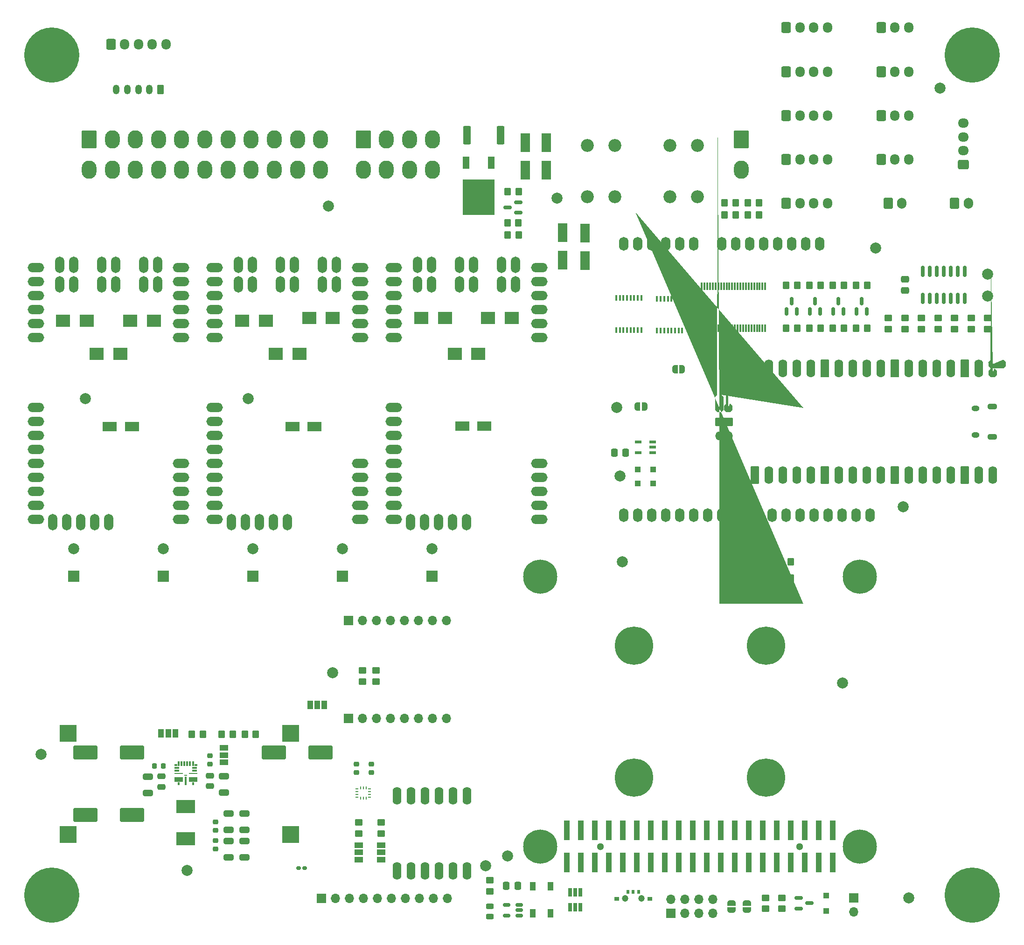
<source format=gbr>
%TF.GenerationSoftware,KiCad,Pcbnew,6.0.10+dfsg-1~bpo11+1*%
%TF.CreationDate,2023-02-16T22:59:16+00:00*%
%TF.ProjectId,OpenMowerMainboard,4f70656e-4d6f-4776-9572-4d61696e626f,rev?*%
%TF.SameCoordinates,Original*%
%TF.FileFunction,Soldermask,Top*%
%TF.FilePolarity,Negative*%
%FSLAX46Y46*%
G04 Gerber Fmt 4.6, Leading zero omitted, Abs format (unit mm)*
G04 Created by KiCad (PCBNEW 6.0.10+dfsg-1~bpo11+1) date 2023-02-16 22:59:16*
%MOMM*%
%LPD*%
G01*
G04 APERTURE LIST*
G04 Aperture macros list*
%AMRoundRect*
0 Rectangle with rounded corners*
0 $1 Rounding radius*
0 $2 $3 $4 $5 $6 $7 $8 $9 X,Y pos of 4 corners*
0 Add a 4 corners polygon primitive as box body*
4,1,4,$2,$3,$4,$5,$6,$7,$8,$9,$2,$3,0*
0 Add four circle primitives for the rounded corners*
1,1,$1+$1,$2,$3*
1,1,$1+$1,$4,$5*
1,1,$1+$1,$6,$7*
1,1,$1+$1,$8,$9*
0 Add four rect primitives between the rounded corners*
20,1,$1+$1,$2,$3,$4,$5,0*
20,1,$1+$1,$4,$5,$6,$7,0*
20,1,$1+$1,$6,$7,$8,$9,0*
20,1,$1+$1,$8,$9,$2,$3,0*%
%AMFreePoly0*
4,1,22,0.500000,-0.750000,0.000000,-0.750000,0.000000,-0.745033,-0.079941,-0.743568,-0.215256,-0.701293,-0.333266,-0.622738,-0.424486,-0.514219,-0.481581,-0.384460,-0.499164,-0.250000,-0.500000,-0.250000,-0.500000,0.250000,-0.499164,0.250000,-0.499963,0.256109,-0.478152,0.396186,-0.417904,0.524511,-0.324060,0.630769,-0.204165,0.706417,-0.067858,0.745374,0.000000,0.744959,0.000000,0.750000,
0.500000,0.750000,0.500000,-0.750000,0.500000,-0.750000,$1*%
%AMFreePoly1*
4,1,20,0.000000,0.744959,0.073905,0.744508,0.209726,0.703889,0.328688,0.626782,0.421226,0.519385,0.479903,0.390333,0.500000,0.250000,0.500000,-0.250000,0.499851,-0.262216,0.476331,-0.402017,0.414519,-0.529596,0.319384,-0.634700,0.198574,-0.708877,0.061801,-0.746166,0.000000,-0.745033,0.000000,-0.750000,-0.500000,-0.750000,-0.500000,0.750000,0.000000,0.750000,0.000000,0.744959,
0.000000,0.744959,$1*%
%AMFreePoly2*
4,1,57,1.881438,0.792513,1.914631,0.788760,1.924366,0.782642,1.935575,0.780064,1.961670,0.759195,1.989950,0.741421,2.341668,0.389704,2.359398,0.361385,2.380215,0.335261,2.382772,0.324050,2.388875,0.314303,2.392571,0.281098,2.400000,0.248529,2.400000,-0.248878,2.392513,-0.281438,2.388760,-0.314632,2.382641,-0.324367,2.380064,-0.335575,2.359196,-0.361669,2.341421,-0.389950,
1.989704,-0.741668,1.961385,-0.759398,1.935261,-0.780215,1.924050,-0.782772,1.914303,-0.788875,1.881098,-0.792571,1.848529,-0.800000,-0.248878,-0.800000,-0.281438,-0.792513,-0.314632,-0.788760,-0.324367,-0.782641,-0.335575,-0.780064,-0.361669,-0.759196,-0.389950,-0.741421,-0.741668,-0.389704,-0.759398,-0.361385,-0.780215,-0.335261,-0.782772,-0.324050,-0.788875,-0.314303,-0.792571,-0.281098,
-0.800000,-0.248529,-0.800000,0.248878,-0.792513,0.281438,-0.788760,0.314631,-0.782642,0.324366,-0.780064,0.335575,-0.759195,0.361670,-0.741421,0.389950,-0.389704,0.741668,-0.361385,0.759398,-0.335261,0.780215,-0.324050,0.782772,-0.314303,0.788875,-0.281098,0.792571,-0.248529,0.800000,1.848878,0.800000,1.881438,0.792513,1.881438,0.792513,$1*%
%AMFreePoly3*
4,1,57,0.281438,0.792513,0.314631,0.788760,0.324366,0.782642,0.335575,0.780064,0.361670,0.759195,0.389950,0.741421,0.741668,0.389704,0.759398,0.361385,0.780215,0.335261,0.782772,0.324050,0.788875,0.314303,0.792571,0.281098,0.800000,0.248529,0.800000,-0.248878,0.792513,-0.281438,0.788760,-0.314632,0.782641,-0.324367,0.780064,-0.335575,0.759196,-0.361669,0.741421,-0.389950,
0.389704,-0.741668,0.361385,-0.759398,0.335261,-0.780215,0.324050,-0.782772,0.314303,-0.788875,0.281098,-0.792571,0.248529,-0.800000,-0.248878,-0.800000,-0.281438,-0.792513,-0.314632,-0.788760,-0.324367,-0.782641,-0.335575,-0.780064,-0.361669,-0.759196,-0.389950,-0.741421,-0.741668,-0.389704,-0.759398,-0.361385,-0.780215,-0.335261,-0.782772,-0.324050,-0.788875,-0.314303,-0.792571,-0.281098,
-0.800000,-0.248529,-0.800000,0.248878,-0.792513,0.281438,-0.788760,0.314631,-0.782642,0.324366,-0.780064,0.335575,-0.759195,0.361670,-0.741421,0.389950,-0.389704,0.741668,-0.361385,0.759398,-0.335261,0.780215,-0.324050,0.782772,-0.314303,0.788875,-0.281098,0.792571,-0.248529,0.800000,0.248878,0.800000,0.281438,0.792513,0.281438,0.792513,$1*%
%AMFreePoly4*
4,1,57,0.281438,2.392513,0.314631,2.388760,0.324366,2.382642,0.335575,2.380064,0.361670,2.359195,0.389950,2.341421,0.741668,1.989704,0.759398,1.961385,0.780215,1.935261,0.782772,1.924050,0.788875,1.914303,0.792571,1.881098,0.800000,1.848529,0.800000,-0.248878,0.792513,-0.281438,0.788760,-0.314632,0.782641,-0.324367,0.780064,-0.335575,0.759196,-0.361669,0.741421,-0.389950,
0.389704,-0.741668,0.361385,-0.759398,0.335261,-0.780215,0.324050,-0.782772,0.314303,-0.788875,0.281098,-0.792571,0.248529,-0.800000,-0.248878,-0.800000,-0.281438,-0.792513,-0.314632,-0.788760,-0.324367,-0.782641,-0.335575,-0.780064,-0.361669,-0.759196,-0.389950,-0.741421,-0.741668,-0.389704,-0.759398,-0.361385,-0.780215,-0.335261,-0.782772,-0.324050,-0.788875,-0.314303,-0.792571,-0.281098,
-0.800000,-0.248529,-0.800000,1.848878,-0.792513,1.881438,-0.788760,1.914631,-0.782642,1.924366,-0.780064,1.935575,-0.759195,1.961670,-0.741421,1.989950,-0.389704,2.341668,-0.361385,2.359398,-0.335261,2.380215,-0.324050,2.382772,-0.314303,2.388875,-0.281098,2.392571,-0.248529,2.400000,0.248878,2.400000,0.281438,2.392513,0.281438,2.392513,$1*%
G04 Aperture macros list end*
%ADD10RoundRect,0.250001X-1.099999X-1.399999X1.099999X-1.399999X1.099999X1.399999X-1.099999X1.399999X0*%
%ADD11O,2.700000X3.300000*%
%ADD12RoundRect,0.250000X-0.600000X-0.725000X0.600000X-0.725000X0.600000X0.725000X-0.600000X0.725000X0*%
%ADD13O,1.700000X1.950000*%
%ADD14RoundRect,0.249999X0.350001X0.625001X-0.350001X0.625001X-0.350001X-0.625001X0.350001X-0.625001X0*%
%ADD15O,1.200000X1.750000*%
%ADD16C,0.900000*%
%ADD17C,10.000000*%
%ADD18R,1.800000X3.500000*%
%ADD19C,2.000000*%
%ADD20O,3.000000X1.700000*%
%ADD21O,1.700000X3.000000*%
%ADD22R,0.400000X1.000000*%
%ADD23RoundRect,0.250000X-0.450000X0.350000X-0.450000X-0.350000X0.450000X-0.350000X0.450000X0.350000X0*%
%ADD24RoundRect,0.225000X-0.250000X0.225000X-0.250000X-0.225000X0.250000X-0.225000X0.250000X0.225000X0*%
%ADD25RoundRect,0.150000X-0.587500X-0.150000X0.587500X-0.150000X0.587500X0.150000X-0.587500X0.150000X0*%
%ADD26RoundRect,0.250000X0.350000X0.450000X-0.350000X0.450000X-0.350000X-0.450000X0.350000X-0.450000X0*%
%ADD27RoundRect,0.250000X-0.350000X-0.450000X0.350000X-0.450000X0.350000X0.450000X-0.350000X0.450000X0*%
%ADD28R,0.475000X0.250000*%
%ADD29R,0.250000X0.475000*%
%ADD30RoundRect,0.250000X-0.337500X-0.475000X0.337500X-0.475000X0.337500X0.475000X-0.337500X0.475000X0*%
%ADD31R,2.000000X2.000000*%
%ADD32RoundRect,0.243750X-0.456250X0.243750X-0.456250X-0.243750X0.456250X-0.243750X0.456250X0.243750X0*%
%ADD33RoundRect,0.250000X0.450000X-0.350000X0.450000X0.350000X-0.450000X0.350000X-0.450000X-0.350000X0*%
%ADD34C,6.950000*%
%ADD35RoundRect,0.150000X0.512500X0.150000X-0.512500X0.150000X-0.512500X-0.150000X0.512500X-0.150000X0*%
%ADD36RoundRect,0.250000X1.950000X1.000000X-1.950000X1.000000X-1.950000X-1.000000X1.950000X-1.000000X0*%
%ADD37C,2.350000*%
%ADD38RoundRect,0.225000X0.250000X-0.225000X0.250000X0.225000X-0.250000X0.225000X-0.250000X-0.225000X0*%
%ADD39R,1.000000X1.500000*%
%ADD40R,1.100000X1.100000*%
%ADD41R,1.700000X1.700000*%
%ADD42O,1.700000X1.700000*%
%ADD43R,1.500000X1.000000*%
%ADD44RoundRect,0.250000X0.650000X-0.325000X0.650000X0.325000X-0.650000X0.325000X-0.650000X-0.325000X0*%
%ADD45R,2.500000X2.300000*%
%ADD46R,3.429000X2.413000*%
%ADD47R,2.500000X1.800000*%
%ADD48RoundRect,0.250000X-0.475000X0.337500X-0.475000X-0.337500X0.475000X-0.337500X0.475000X0.337500X0*%
%ADD49RoundRect,0.150000X0.150000X-0.587500X0.150000X0.587500X-0.150000X0.587500X-0.150000X-0.587500X0*%
%ADD50R,3.048000X3.048000*%
%ADD51C,6.200000*%
%ADD52C,1.300000*%
%ADD53R,1.020000X3.600000*%
%ADD54FreePoly0,180.000000*%
%ADD55FreePoly1,180.000000*%
%ADD56RoundRect,0.250000X-0.650000X0.325000X-0.650000X-0.325000X0.650000X-0.325000X0.650000X0.325000X0*%
%ADD57R,0.650000X1.560000*%
%ADD58RoundRect,0.250000X-0.600000X-0.750000X0.600000X-0.750000X0.600000X0.750000X-0.600000X0.750000X0*%
%ADD59O,1.700000X2.000000*%
%ADD60RoundRect,0.250000X-1.950000X-1.000000X1.950000X-1.000000X1.950000X1.000000X-1.950000X1.000000X0*%
%ADD61R,0.300000X1.425000*%
%ADD62R,1.150000X0.600000*%
%ADD63RoundRect,0.225000X0.225000X0.250000X-0.225000X0.250000X-0.225000X-0.250000X0.225000X-0.250000X0*%
%ADD64RoundRect,0.250000X0.725000X-0.600000X0.725000X0.600000X-0.725000X0.600000X-0.725000X-0.600000X0*%
%ADD65O,1.950000X1.700000*%
%ADD66C,1.200000*%
%ADD67R,0.600000X0.700000*%
%ADD68R,0.900000X0.700000*%
%ADD69RoundRect,0.250000X-0.475000X0.250000X-0.475000X-0.250000X0.475000X-0.250000X0.475000X0.250000X0*%
%ADD70R,1.200000X2.200000*%
%ADD71R,5.800000X6.400000*%
%ADD72O,1.800000X1.100000*%
%ADD73O,1.450000X1.050000*%
%ADD74FreePoly2,270.000000*%
%ADD75FreePoly3,270.000000*%
%ADD76C,1.600000*%
%ADD77O,1.600000X3.200000*%
%ADD78RoundRect,0.200000X-0.600000X0.600000X-0.600000X-0.600000X0.600000X-0.600000X0.600000X0.600000X0*%
%ADD79RoundRect,0.200000X-0.600000X1.400000X-0.600000X-1.400000X0.600000X-1.400000X0.600000X1.400000X0*%
%ADD80FreePoly4,270.000000*%
%ADD81RoundRect,0.200000X-1.400000X0.600000X-1.400000X-0.600000X1.400000X-0.600000X1.400000X0.600000X0*%
%ADD82O,3.200000X1.600000*%
%ADD83RoundRect,0.160000X0.222500X0.160000X-0.222500X0.160000X-0.222500X-0.160000X0.222500X-0.160000X0*%
%ADD84FreePoly0,90.000000*%
%ADD85FreePoly1,90.000000*%
%ADD86RoundRect,0.250000X0.337500X0.475000X-0.337500X0.475000X-0.337500X-0.475000X0.337500X-0.475000X0*%
%ADD87R,0.875000X0.300000*%
%ADD88R,1.525000X0.250000*%
%ADD89R,1.525000X0.950000*%
%ADD90R,0.450000X0.600000*%
%ADD91R,0.300000X1.650000*%
%ADD92R,0.450000X0.875000*%
%ADD93R,0.300000X0.875000*%
%ADD94R,0.500000X0.350000*%
%ADD95R,0.600000X0.250000*%
%ADD96RoundRect,0.249999X0.450001X1.425001X-0.450001X1.425001X-0.450001X-1.425001X0.450001X-1.425001X0*%
%ADD97RoundRect,0.150000X0.150000X-0.825000X0.150000X0.825000X-0.150000X0.825000X-0.150000X-0.825000X0*%
%ADD98O,1.727200X2.500000*%
%ADD99RoundRect,0.150000X0.587500X0.150000X-0.587500X0.150000X-0.587500X-0.150000X0.587500X-0.150000X0*%
G04 APERTURE END LIST*
D10*
%TO.C,J1*%
X33250000Y-45250000D03*
D11*
X37450000Y-45250000D03*
X41650000Y-45250000D03*
X45850000Y-45250000D03*
X50050000Y-45250000D03*
X54250000Y-45250000D03*
X58450000Y-45250000D03*
X62650000Y-45250000D03*
X66850000Y-45250000D03*
X71050000Y-45250000D03*
X75250000Y-45250000D03*
X33250000Y-50750000D03*
X37450000Y-50750000D03*
X41650000Y-50750000D03*
X45850000Y-50750000D03*
X50050000Y-50750000D03*
X54250000Y-50750000D03*
X58450000Y-50750000D03*
X62650000Y-50750000D03*
X66850000Y-50750000D03*
X71050000Y-50750000D03*
X75250000Y-50750000D03*
%TD*%
D10*
%TO.C,J2*%
X83000000Y-45250000D03*
D11*
X87200000Y-45250000D03*
X91400000Y-45250000D03*
X95600000Y-45250000D03*
X83000000Y-50750000D03*
X87200000Y-50750000D03*
X91400000Y-50750000D03*
X95600000Y-50750000D03*
%TD*%
D10*
%TO.C,J3*%
X151600000Y-45250000D03*
D11*
X151600000Y-50750000D03*
%TD*%
D12*
%TO.C,J13*%
X177000000Y-40935000D03*
D13*
X179500000Y-40935000D03*
X182000000Y-40935000D03*
%TD*%
D12*
%TO.C,J14*%
X177000000Y-48902500D03*
D13*
X179500000Y-48902500D03*
X182000000Y-48902500D03*
%TD*%
D12*
%TO.C,J5*%
X159750000Y-25000000D03*
D13*
X162250000Y-25000000D03*
X164750000Y-25000000D03*
X167250000Y-25000000D03*
%TD*%
D12*
%TO.C,J6*%
X159750000Y-32967500D03*
D13*
X162250000Y-32967500D03*
X164750000Y-32967500D03*
X167250000Y-32967500D03*
%TD*%
D12*
%TO.C,J7*%
X159750000Y-40935000D03*
D13*
X162250000Y-40935000D03*
X164750000Y-40935000D03*
X167250000Y-40935000D03*
%TD*%
D12*
%TO.C,J8*%
X159750000Y-48902500D03*
D13*
X162250000Y-48902500D03*
X164750000Y-48902500D03*
X167250000Y-48902500D03*
%TD*%
D12*
%TO.C,J9*%
X159750000Y-56870000D03*
D13*
X162250000Y-56870000D03*
X164750000Y-56870000D03*
X167250000Y-56870000D03*
%TD*%
D12*
%TO.C,J12*%
X177000000Y-32967500D03*
D13*
X179500000Y-32967500D03*
X182000000Y-32967500D03*
%TD*%
D14*
%TO.C,J10*%
X46196000Y-36195000D03*
D15*
X44196000Y-36195000D03*
X42196000Y-36195000D03*
X40196000Y-36195000D03*
X38196000Y-36195000D03*
%TD*%
D12*
%TO.C,J11*%
X177000000Y-25000000D03*
D13*
X179500000Y-25000000D03*
X182000000Y-25000000D03*
%TD*%
D16*
%TO.C,H1*%
X23848350Y-32651650D03*
X29151650Y-27348350D03*
X22750000Y-30000000D03*
X30250000Y-30000000D03*
X23848350Y-27348350D03*
X29151650Y-32651650D03*
X26500000Y-26250000D03*
X26500000Y-33750000D03*
D17*
X26500000Y-30000000D03*
%TD*%
D16*
%TO.C,H2*%
X30250000Y-182500000D03*
D17*
X26500000Y-182500000D03*
D16*
X23848350Y-179848350D03*
X22750000Y-182500000D03*
X29151650Y-179848350D03*
X26500000Y-186250000D03*
X29151650Y-185151650D03*
X26500000Y-178750000D03*
X23848350Y-185151650D03*
%TD*%
%TO.C,H3*%
X196151650Y-32651650D03*
X197250000Y-30000000D03*
X193500000Y-26250000D03*
D17*
X193500000Y-30000000D03*
D16*
X193500000Y-33750000D03*
X196151650Y-27348350D03*
X190848350Y-27348350D03*
X190848350Y-32651650D03*
X189750000Y-30000000D03*
%TD*%
%TO.C,H4*%
X193500000Y-186250000D03*
X196151650Y-179848350D03*
X197250000Y-182500000D03*
X190848350Y-185151650D03*
X190848350Y-179848350D03*
X196151650Y-185151650D03*
D17*
X193500000Y-182500000D03*
D16*
X189750000Y-182500000D03*
X193500000Y-178750000D03*
%TD*%
D18*
%TO.C,D15*%
X123250000Y-67300000D03*
X123250000Y-62300000D03*
%TD*%
D19*
%TO.C,FID16*%
X118200000Y-55950000D03*
%TD*%
D20*
%TO.C,U5*%
X56060000Y-111775000D03*
X56060000Y-109235000D03*
X56060000Y-104155000D03*
X56060000Y-101615000D03*
X56060000Y-99075000D03*
X56060000Y-76215000D03*
X82460000Y-73675000D03*
X82460000Y-76215000D03*
X56060000Y-106695000D03*
X56060000Y-73675000D03*
X56060000Y-96535000D03*
D21*
X59100000Y-114815000D03*
X61640000Y-114815000D03*
X66720000Y-114815000D03*
X69260000Y-114815000D03*
D20*
X82460000Y-114315000D03*
X82460000Y-111775000D03*
X82460000Y-109235000D03*
X82460000Y-106695000D03*
X82460000Y-68595000D03*
D21*
X64180000Y-114815000D03*
D20*
X82460000Y-71135000D03*
X56060000Y-93995000D03*
X56060000Y-114315000D03*
X82460000Y-104155000D03*
X56060000Y-68595000D03*
X56060000Y-71135000D03*
D21*
X75610000Y-71635000D03*
X78150000Y-71635000D03*
X78150000Y-68095000D03*
X75610000Y-68095000D03*
X70530000Y-68095000D03*
X67990000Y-71635000D03*
X70530000Y-71635000D03*
X67990000Y-68095000D03*
D20*
X56060000Y-78755000D03*
X56060000Y-81295000D03*
X82460000Y-81295000D03*
X82460000Y-78755000D03*
D21*
X60370000Y-68095000D03*
X62910000Y-71635000D03*
X62910000Y-68095000D03*
X60370000Y-71635000D03*
%TD*%
D22*
%TO.C,U9*%
X128925000Y-79900000D03*
X129575000Y-79900000D03*
X130225000Y-79900000D03*
X130875000Y-79900000D03*
X131525000Y-79900000D03*
X132175000Y-79900000D03*
X132825000Y-79900000D03*
X133475000Y-79900000D03*
X133475000Y-74100000D03*
X132825000Y-74100000D03*
X132175000Y-74100000D03*
X131525000Y-74100000D03*
X130875000Y-74100000D03*
X130225000Y-74100000D03*
X129575000Y-74100000D03*
X128925000Y-74100000D03*
%TD*%
D23*
%TO.C,R5*%
X159000000Y-183000000D03*
X159000000Y-185000000D03*
%TD*%
D24*
%TO.C,C19*%
X56200000Y-172625000D03*
X56200000Y-174175000D03*
%TD*%
D25*
%TO.C,Q3*%
X162062500Y-183050000D03*
X162062500Y-184950000D03*
X163937500Y-184000000D03*
%TD*%
D26*
%TO.C,R41*%
X154800000Y-56800000D03*
X152800000Y-56800000D03*
%TD*%
D27*
%TO.C,R26*%
X109220000Y-62650000D03*
X111220000Y-62650000D03*
%TD*%
D28*
%TO.C,AC1201*%
X84162500Y-164750000D03*
X84162500Y-164250000D03*
X84162500Y-163750000D03*
X84162500Y-163250000D03*
D29*
X83500000Y-163087500D03*
X83000000Y-163087500D03*
X82500000Y-163087500D03*
D28*
X81837500Y-163250000D03*
X81837500Y-163750000D03*
X81837500Y-164250000D03*
X81837500Y-164750000D03*
D29*
X82500000Y-164912500D03*
X83000000Y-164912500D03*
X83500000Y-164912500D03*
%TD*%
D19*
%TO.C,FID6*%
X130000000Y-122000000D03*
%TD*%
D30*
%TO.C,C25*%
X108962500Y-180800000D03*
X111037500Y-180800000D03*
%TD*%
D31*
%TO.C,C3*%
X79235005Y-124612400D03*
D19*
X79235005Y-119612400D03*
%TD*%
D32*
%TO.C,D23*%
X106000000Y-184522500D03*
X106000000Y-186397500D03*
%TD*%
D33*
%TO.C,R14*%
X86223200Y-171352000D03*
X86223200Y-169352000D03*
%TD*%
D34*
%TO.C,MH6*%
X132100000Y-161200000D03*
%TD*%
D35*
%TO.C,U7*%
X111307500Y-186220000D03*
X111307500Y-185270000D03*
X111307500Y-184320000D03*
X109032500Y-184320000D03*
X109032500Y-186220000D03*
%TD*%
D36*
%TO.C,C10*%
X41000000Y-168000000D03*
X32600000Y-168000000D03*
%TD*%
D37*
%TO.C,F4*%
X128675000Y-55700000D03*
X123675000Y-55700000D03*
X143675000Y-55700000D03*
X138675000Y-55700000D03*
%TD*%
D26*
%TO.C,R40*%
X150600000Y-56800000D03*
X148600000Y-56800000D03*
%TD*%
D38*
%TO.C,C24*%
X81750000Y-160275000D03*
X81750000Y-158725000D03*
%TD*%
D33*
%TO.C,R50*%
X196320000Y-79720000D03*
X196320000Y-77720000D03*
%TD*%
D39*
%TO.C,JP1*%
X75946000Y-147980400D03*
X74646000Y-147980400D03*
X73346000Y-147980400D03*
%TD*%
D26*
%TO.C,R43*%
X154800000Y-59000000D03*
X152800000Y-59000000D03*
%TD*%
D23*
%TO.C,R13*%
X85344000Y-141748000D03*
X85344000Y-143748000D03*
%TD*%
D40*
%TO.C,D14*%
X132800000Y-107800000D03*
X135600000Y-107800000D03*
%TD*%
D31*
%TO.C,C2*%
X30428020Y-124612400D03*
D19*
X30428020Y-119612400D03*
%TD*%
D20*
%TO.C,U4*%
X23560000Y-111775000D03*
X23560000Y-109235000D03*
X23560000Y-104155000D03*
X23560000Y-101615000D03*
X23560000Y-99075000D03*
X23560000Y-76215000D03*
X49960000Y-73675000D03*
X23560000Y-106695000D03*
X23560000Y-73675000D03*
X49960000Y-76215000D03*
X23560000Y-96535000D03*
D21*
X26600000Y-114815000D03*
X29140000Y-114815000D03*
X34220000Y-114815000D03*
X36760000Y-114815000D03*
D20*
X49960000Y-114315000D03*
X49960000Y-111775000D03*
X49960000Y-109235000D03*
X49960000Y-106695000D03*
D21*
X31680000Y-114815000D03*
D20*
X23560000Y-71135000D03*
X23560000Y-114315000D03*
X49960000Y-71135000D03*
X49960000Y-68595000D03*
X23560000Y-93995000D03*
X49960000Y-104155000D03*
X23560000Y-68595000D03*
D21*
X45650000Y-68095000D03*
X43110000Y-71635000D03*
X45650000Y-71635000D03*
X43110000Y-68095000D03*
X38030000Y-71635000D03*
X35490000Y-71635000D03*
X35490000Y-68095000D03*
X38030000Y-68095000D03*
D20*
X23560000Y-81295000D03*
X23560000Y-78755000D03*
X49960000Y-81295000D03*
X49960000Y-78755000D03*
D21*
X30410000Y-71635000D03*
X27870000Y-71635000D03*
X30410000Y-68095000D03*
X27870000Y-68095000D03*
%TD*%
D41*
%TO.C,J20*%
X75392200Y-183083200D03*
D42*
X77932200Y-183083200D03*
X80472200Y-183083200D03*
X83012200Y-183083200D03*
X85552200Y-183083200D03*
X88092200Y-183083200D03*
X90632200Y-183083200D03*
X93172200Y-183083200D03*
X95712200Y-183083200D03*
X98252200Y-183083200D03*
%TD*%
D27*
%TO.C,R15*%
X168216666Y-79600000D03*
X170216666Y-79600000D03*
%TD*%
D34*
%TO.C,MH7*%
X132100000Y-137200000D03*
%TD*%
D19*
%TO.C,FID5*%
X182000000Y-183000000D03*
%TD*%
D23*
%TO.C,R48*%
X193320000Y-77720000D03*
X193320000Y-79720000D03*
%TD*%
D36*
%TO.C,C9*%
X41000000Y-156600000D03*
X32600000Y-156600000D03*
%TD*%
D38*
%TO.C,C18*%
X56200000Y-170775000D03*
X56200000Y-169225000D03*
%TD*%
D19*
%TO.C,FID11*%
X77414800Y-142183200D03*
%TD*%
D43*
%TO.C,JP10*%
X82163200Y-173452000D03*
X82163200Y-174752000D03*
X82163200Y-176052000D03*
%TD*%
D44*
%TO.C,C16*%
X58600000Y-170675000D03*
X58600000Y-167725000D03*
%TD*%
D45*
%TO.C,D7*%
X73175000Y-77750000D03*
X77475000Y-77750000D03*
%TD*%
D46*
%TO.C,L1*%
X50800000Y-166479000D03*
X50800000Y-172321000D03*
%TD*%
D47*
%TO.C,D19*%
X70150000Y-97400000D03*
X74150000Y-97400000D03*
%TD*%
D45*
%TO.C,D5*%
X28545000Y-78250000D03*
X32845000Y-78250000D03*
%TD*%
D20*
%TO.C,U6*%
X88560000Y-111775000D03*
X88560000Y-109235000D03*
X88560000Y-104155000D03*
X88560000Y-101615000D03*
X88560000Y-99075000D03*
X114960000Y-76215000D03*
X114960000Y-73675000D03*
X88560000Y-73675000D03*
X88560000Y-76215000D03*
X88560000Y-106695000D03*
X88560000Y-96535000D03*
D21*
X91600000Y-114815000D03*
X94140000Y-114815000D03*
X99220000Y-114815000D03*
X101760000Y-114815000D03*
D20*
X114960000Y-114315000D03*
X114960000Y-111775000D03*
X114960000Y-109235000D03*
X114960000Y-106695000D03*
X114960000Y-104155000D03*
X88560000Y-93995000D03*
X114960000Y-68595000D03*
D21*
X96680000Y-114815000D03*
D20*
X88560000Y-114315000D03*
X88560000Y-68595000D03*
X88560000Y-71135000D03*
X114960000Y-71135000D03*
D21*
X110650000Y-71635000D03*
X108110000Y-71635000D03*
X110650000Y-68095000D03*
X108110000Y-68095000D03*
X100490000Y-68095000D03*
X100490000Y-71635000D03*
X103030000Y-68095000D03*
X103030000Y-71635000D03*
D20*
X88560000Y-81295000D03*
X114960000Y-78755000D03*
X114960000Y-81295000D03*
X88560000Y-78755000D03*
D21*
X95410000Y-68095000D03*
X92870000Y-68095000D03*
X95410000Y-71635000D03*
X92870000Y-71635000D03*
%TD*%
D45*
%TO.C,D9*%
X67100000Y-84250000D03*
X71400000Y-84250000D03*
%TD*%
D26*
%TO.C,R11*%
X59300000Y-153300000D03*
X57300000Y-153300000D03*
%TD*%
D33*
%TO.C,R7*%
X82854800Y-143748000D03*
X82854800Y-141748000D03*
%TD*%
D34*
%TO.C,MH5*%
X156100000Y-161200000D03*
%TD*%
D40*
%TO.C,D13*%
X135600000Y-105200000D03*
X132800000Y-105200000D03*
%TD*%
D33*
%TO.C,R44*%
X187320000Y-79720000D03*
X187320000Y-77720000D03*
%TD*%
D26*
%TO.C,R12*%
X63500000Y-153300000D03*
X61500000Y-153300000D03*
%TD*%
D37*
%TO.C,F2*%
X123675000Y-46350000D03*
X128675000Y-46350000D03*
X138675000Y-46350000D03*
X143675000Y-46350000D03*
%TD*%
D31*
%TO.C,C6*%
X46697015Y-124612400D03*
D19*
X46697015Y-119612400D03*
%TD*%
D22*
%TO.C,U10*%
X136325000Y-80000000D03*
X136975000Y-80000000D03*
X137625000Y-80000000D03*
X138275000Y-80000000D03*
X138925000Y-80000000D03*
X139575000Y-80000000D03*
X140225000Y-80000000D03*
X140875000Y-80000000D03*
X140875000Y-74200000D03*
X140225000Y-74200000D03*
X139575000Y-74200000D03*
X138925000Y-74200000D03*
X138275000Y-74200000D03*
X137625000Y-74200000D03*
X136975000Y-74200000D03*
X136325000Y-74200000D03*
%TD*%
D47*
%TO.C,D20*%
X100950000Y-97350000D03*
X104950000Y-97350000D03*
%TD*%
D48*
%TO.C,C5*%
X181320000Y-70682500D03*
X181320000Y-72757500D03*
%TD*%
D19*
%TO.C,FID1*%
X105200000Y-177200000D03*
%TD*%
%TO.C,FID9*%
X109200000Y-175400000D03*
%TD*%
D49*
%TO.C,Q16*%
X172499999Y-76537500D03*
X174399999Y-76537500D03*
X173449999Y-74662500D03*
%TD*%
D12*
%TO.C,J4*%
X37200000Y-28000000D03*
D13*
X39700000Y-28000000D03*
X42200000Y-28000000D03*
X44700000Y-28000000D03*
X47200000Y-28000000D03*
%TD*%
D50*
%TO.C,U1*%
X29450000Y-171524000D03*
X29450000Y-153124000D03*
X69850000Y-153124000D03*
X69850000Y-171524000D03*
%TD*%
D19*
%TO.C,FID10*%
X62100000Y-92400000D03*
%TD*%
D51*
%TO.C,MH3*%
X115100000Y-124700000D03*
%TD*%
D52*
%TO.C,J21*%
X162200000Y-173700000D03*
X126000000Y-173700000D03*
D53*
X119970000Y-170800000D03*
X119970000Y-176600000D03*
X122510000Y-170800000D03*
X122510000Y-176600000D03*
X125050000Y-170800000D03*
X125050000Y-176600000D03*
X127590000Y-170800000D03*
X127590000Y-176600000D03*
X130130000Y-170800000D03*
X130130000Y-176600000D03*
X132670000Y-170800000D03*
X132670000Y-176600000D03*
X135210000Y-170800000D03*
X135210000Y-176600000D03*
X137750000Y-170800000D03*
X137750000Y-176600000D03*
X140290000Y-170800000D03*
X140290000Y-176600000D03*
X142830000Y-170800000D03*
X142830000Y-176600000D03*
X145370000Y-170800000D03*
X145370000Y-176600000D03*
X147910000Y-170800000D03*
X147910000Y-176600000D03*
X150450000Y-170800000D03*
X150450000Y-176600000D03*
X152990000Y-170800000D03*
X152990000Y-176600000D03*
X155530000Y-170800000D03*
X155530000Y-176600000D03*
X158070000Y-170800000D03*
X158070000Y-176600000D03*
X160610000Y-170800000D03*
X160610000Y-176600000D03*
X163150000Y-170800000D03*
X163150000Y-176600000D03*
X165690000Y-170800000D03*
X165690000Y-176600000D03*
X168230000Y-170800000D03*
X168230000Y-176600000D03*
%TD*%
D54*
%TO.C,JP6*%
X134050000Y-93800000D03*
D55*
X132750000Y-93800000D03*
%TD*%
D23*
%TO.C,R46*%
X181320000Y-77720000D03*
X181320000Y-79720000D03*
%TD*%
D27*
%TO.C,R2*%
X158600000Y-122030000D03*
X160600000Y-122030000D03*
%TD*%
%TO.C,R9*%
X163983333Y-79600000D03*
X165983333Y-79600000D03*
%TD*%
%TO.C,R10*%
X163983333Y-71800000D03*
X165983333Y-71800000D03*
%TD*%
D31*
%TO.C,C7*%
X62966010Y-124612400D03*
D19*
X62966010Y-119612400D03*
%TD*%
D27*
%TO.C,R19*%
X172449999Y-79600000D03*
X174449999Y-79600000D03*
%TD*%
D56*
%TO.C,C20*%
X61400000Y-172725000D03*
X61400000Y-175675000D03*
%TD*%
D45*
%TO.C,D10*%
X105675000Y-77750000D03*
X109975000Y-77750000D03*
%TD*%
D57*
%TO.C,U3*%
X122430000Y-182060000D03*
X121480000Y-182060000D03*
X120530000Y-182060000D03*
X120530000Y-184760000D03*
X121480000Y-184760000D03*
X122430000Y-184760000D03*
%TD*%
D23*
%TO.C,R18*%
X106000000Y-179840000D03*
X106000000Y-181840000D03*
%TD*%
D26*
%TO.C,R42*%
X150600000Y-59000000D03*
X148600000Y-59000000D03*
%TD*%
D23*
%TO.C,R49*%
X190320000Y-77720000D03*
X190320000Y-79720000D03*
%TD*%
D31*
%TO.C,C8*%
X95504000Y-124612400D03*
D19*
X95504000Y-119612400D03*
%TD*%
D27*
%TO.C,R16*%
X168216666Y-71800000D03*
X170216666Y-71800000D03*
%TD*%
D56*
%TO.C,C11*%
X57700000Y-160925000D03*
X57700000Y-163875000D03*
%TD*%
D44*
%TO.C,C22*%
X61400000Y-170675000D03*
X61400000Y-167725000D03*
%TD*%
D58*
%TO.C,J18*%
X190320000Y-56870000D03*
D59*
X192820000Y-56870000D03*
%TD*%
D60*
%TO.C,C23*%
X66800000Y-156600000D03*
X75200000Y-156600000D03*
%TD*%
D51*
%TO.C,MH4*%
X173100000Y-124700000D03*
%TD*%
D43*
%TO.C,JP5*%
X57700000Y-155800000D03*
X57700000Y-157100000D03*
X57700000Y-158400000D03*
%TD*%
D38*
%TO.C,C17*%
X55200000Y-158775000D03*
X55200000Y-157225000D03*
%TD*%
D27*
%TO.C,R27*%
X109170000Y-60450000D03*
X111170000Y-60450000D03*
%TD*%
D33*
%TO.C,R4*%
X156000000Y-185000000D03*
X156000000Y-183000000D03*
%TD*%
D61*
%TO.C,IC1*%
X155950000Y-71988000D03*
X155450000Y-71988000D03*
X154950000Y-71988000D03*
X154450000Y-71988000D03*
X153950000Y-71988000D03*
X153450000Y-71988000D03*
X152950000Y-71988000D03*
X152450000Y-71988000D03*
X151950000Y-71988000D03*
X151450000Y-71988000D03*
X150950000Y-71988000D03*
X150450000Y-71988000D03*
X149950000Y-71988000D03*
X149450000Y-71988000D03*
X148950000Y-71988000D03*
X148450000Y-71988000D03*
X147950000Y-71988000D03*
X147450000Y-71988000D03*
X146950000Y-71988000D03*
X146450000Y-71988000D03*
X145950000Y-71988000D03*
X145450000Y-71988000D03*
X144950000Y-71988000D03*
X144450000Y-71988000D03*
X144450000Y-79612000D03*
X144950000Y-79612000D03*
X145450000Y-79612000D03*
X145950000Y-79612000D03*
X146450000Y-79612000D03*
X146950000Y-79612000D03*
X147450000Y-79612000D03*
X147950000Y-79612000D03*
X148450000Y-79612000D03*
X148950000Y-79612000D03*
X149450000Y-79612000D03*
X149950000Y-79612000D03*
X150450000Y-79612000D03*
X150950000Y-79612000D03*
X151450000Y-79612000D03*
X151950000Y-79612000D03*
X152450000Y-79612000D03*
X152950000Y-79612000D03*
X153450000Y-79612000D03*
X153950000Y-79612000D03*
X154450000Y-79612000D03*
X154950000Y-79612000D03*
X155450000Y-79612000D03*
X155950000Y-79612000D03*
%TD*%
D62*
%TO.C,IC2*%
X135500000Y-102150000D03*
X135500000Y-101200000D03*
X135500000Y-100250000D03*
X132900000Y-100250000D03*
X132900000Y-102150000D03*
%TD*%
D58*
%TO.C,J17*%
X178250000Y-56870000D03*
D59*
X180750000Y-56870000D03*
%TD*%
D63*
%TO.C,C15*%
X46675000Y-159100000D03*
X45125000Y-159100000D03*
%TD*%
D49*
%TO.C,Q13*%
X159800000Y-76537500D03*
X161700000Y-76537500D03*
X160750000Y-74662500D03*
%TD*%
D45*
%TO.C,D11*%
X93545000Y-77750000D03*
X97845000Y-77750000D03*
%TD*%
D19*
%TO.C,FID15*%
X24550000Y-156950000D03*
%TD*%
D33*
%TO.C,R17*%
X82159200Y-171352000D03*
X82159200Y-169352000D03*
%TD*%
D27*
%TO.C,R20*%
X172449999Y-71800000D03*
X174449999Y-71800000D03*
%TD*%
D64*
%TO.C,J19*%
X191870000Y-49852500D03*
D65*
X191870000Y-47352500D03*
X191870000Y-44852500D03*
X191870000Y-42352500D03*
%TD*%
D45*
%TO.C,D4*%
X40675000Y-78250000D03*
X44975000Y-78250000D03*
%TD*%
D49*
%TO.C,Q15*%
X168266666Y-76537500D03*
X170166666Y-76537500D03*
X169216666Y-74662500D03*
%TD*%
D19*
%TO.C,FID13*%
X32550000Y-92400000D03*
%TD*%
D66*
%TO.C,SW1*%
X130500000Y-183097500D03*
X133500000Y-183097500D03*
D67*
X131000000Y-181907500D03*
X133000000Y-181907500D03*
D68*
X135000000Y-183167500D03*
X129000000Y-183167500D03*
D67*
X132000000Y-181907500D03*
%TD*%
D69*
%TO.C,C14*%
X55200000Y-160850000D03*
X55200000Y-162750000D03*
%TD*%
D19*
%TO.C,FID12*%
X76650000Y-57400000D03*
%TD*%
D45*
%TO.C,D12*%
X99600000Y-84250000D03*
X103900000Y-84250000D03*
%TD*%
D47*
%TO.C,D18*%
X37000000Y-97400000D03*
X41000000Y-97400000D03*
%TD*%
D51*
%TO.C,MH2*%
X115100000Y-173700000D03*
%TD*%
D45*
%TO.C,D6*%
X34600000Y-84250000D03*
X38900000Y-84250000D03*
%TD*%
D70*
%TO.C,Q6*%
X106230000Y-49480000D03*
D71*
X103950000Y-55780000D03*
D70*
X101670000Y-49480000D03*
%TD*%
D27*
%TO.C,R8*%
X51900000Y-153300000D03*
X53900000Y-153300000D03*
%TD*%
D39*
%TO.C,D25*%
X113785000Y-185805000D03*
X116985000Y-185805000D03*
X116985000Y-180905000D03*
X113785000Y-180905000D03*
%TD*%
D34*
%TO.C,MH8*%
X156100000Y-137200000D03*
%TD*%
D19*
%TO.C,TP5*%
X129600000Y-106400000D03*
%TD*%
D72*
%TO.C,U11*%
X197136544Y-99287104D03*
D73*
X194106544Y-94137104D03*
X194106544Y-98987104D03*
D72*
X197136544Y-93837104D03*
D74*
X197266544Y-86072104D03*
D75*
X197266544Y-87672104D03*
D76*
X194726544Y-87672104D03*
D77*
X194726544Y-86872104D03*
D78*
X192186544Y-87672104D03*
D79*
X192186544Y-86872104D03*
D77*
X189646544Y-86872104D03*
D76*
X189646544Y-87672104D03*
D77*
X187106544Y-86872104D03*
D76*
X187106544Y-87672104D03*
D77*
X184566544Y-86872104D03*
D76*
X184566544Y-87672104D03*
X182026544Y-87672104D03*
D77*
X182026544Y-86872104D03*
D79*
X179486544Y-86872104D03*
D78*
X179486544Y-87672104D03*
D76*
X176946544Y-87672104D03*
D77*
X176946544Y-86872104D03*
X174406544Y-86872104D03*
D76*
X174406544Y-87672104D03*
X171866544Y-87672104D03*
D77*
X171866544Y-86872104D03*
X169326544Y-86872104D03*
D76*
X169326544Y-87672104D03*
D78*
X166786544Y-87672104D03*
D79*
X166786544Y-86872104D03*
D77*
X164246544Y-86872104D03*
D76*
X164246544Y-87672104D03*
D77*
X161706544Y-86872104D03*
D76*
X161706544Y-87672104D03*
D77*
X159166544Y-86872104D03*
D76*
X159166544Y-87672104D03*
D77*
X156626544Y-86872104D03*
D76*
X156626544Y-87672104D03*
D78*
X154086544Y-87672104D03*
D79*
X154086544Y-86872104D03*
D76*
X151546544Y-87672104D03*
D77*
X151546544Y-86872104D03*
X149006544Y-86872104D03*
D76*
X149006544Y-87672104D03*
D77*
X149006544Y-106252104D03*
D76*
X149006544Y-105452104D03*
X151546544Y-105452104D03*
D77*
X151546544Y-106252104D03*
D78*
X154086544Y-105452104D03*
D79*
X154086544Y-106252104D03*
D76*
X156626544Y-105452104D03*
D77*
X156626544Y-106252104D03*
X159166544Y-106252104D03*
D76*
X159166544Y-105452104D03*
X161706544Y-105452104D03*
D77*
X161706544Y-106252104D03*
X164246544Y-106252104D03*
D76*
X164246544Y-105452104D03*
D78*
X166786544Y-105452104D03*
D79*
X166786544Y-106252104D03*
D76*
X169326544Y-105452104D03*
D77*
X169326544Y-106252104D03*
X171866544Y-106252104D03*
D76*
X171866544Y-105452104D03*
X174406544Y-105452104D03*
D77*
X174406544Y-106252104D03*
X176946544Y-106252104D03*
D76*
X176946544Y-105452104D03*
D78*
X179486544Y-105452104D03*
D79*
X179486544Y-106252104D03*
D77*
X182026544Y-106252104D03*
D76*
X182026544Y-105452104D03*
D77*
X184566544Y-106252104D03*
D76*
X184566544Y-105452104D03*
D77*
X187106544Y-106252104D03*
D76*
X187106544Y-105452104D03*
D77*
X189646544Y-106252104D03*
D76*
X189646544Y-105452104D03*
D78*
X192186544Y-105452104D03*
D79*
X192186544Y-106252104D03*
D77*
X194726544Y-106252104D03*
D76*
X194726544Y-105452104D03*
D77*
X197266544Y-106252104D03*
D76*
X197266544Y-105452104D03*
D75*
X149236544Y-94022104D03*
D80*
X147636544Y-94022104D03*
D81*
X148436544Y-96562104D03*
D78*
X149236544Y-96562104D03*
D82*
X148436544Y-99102104D03*
D76*
X149236544Y-99102104D03*
%TD*%
D83*
%TO.C,D17*%
X72372500Y-177600000D03*
X71227500Y-177600000D03*
%TD*%
D41*
%TO.C,J23*%
X80314800Y-132689600D03*
D42*
X82854800Y-132689600D03*
X85394800Y-132689600D03*
X87934800Y-132689600D03*
X90474800Y-132689600D03*
X93014800Y-132689600D03*
X95554800Y-132689600D03*
X98094800Y-132689600D03*
%TD*%
D27*
%TO.C,R3*%
X159750000Y-79600000D03*
X161750000Y-79600000D03*
%TD*%
D19*
%TO.C,FID4*%
X176000000Y-65000000D03*
%TD*%
D26*
%TO.C,R28*%
X111230000Y-54750000D03*
X109230000Y-54750000D03*
%TD*%
D41*
%TO.C,J16*%
X80314800Y-150469600D03*
D42*
X82854800Y-150469600D03*
X85394800Y-150469600D03*
X87934800Y-150469600D03*
X90474800Y-150469600D03*
X93014800Y-150469600D03*
X95554800Y-150469600D03*
X98094800Y-150469600D03*
%TD*%
D54*
%TO.C,JP9*%
X140850000Y-87000000D03*
D55*
X139550000Y-87000000D03*
%TD*%
D38*
%TO.C,C26*%
X84500000Y-160275000D03*
X84500000Y-158725000D03*
%TD*%
D18*
%TO.C,D2*%
X112400000Y-45900000D03*
X112400000Y-50900000D03*
%TD*%
D19*
%TO.C,FID7*%
X51000000Y-178000000D03*
%TD*%
D84*
%TO.C,JP8*%
X152600000Y-185250000D03*
D85*
X152600000Y-183950000D03*
%TD*%
D86*
%TO.C,C1*%
X130637500Y-102200000D03*
X128562500Y-102200000D03*
%TD*%
D87*
%TO.C,IC3*%
X49188000Y-159450000D03*
X49188000Y-159950000D03*
D88*
X49513000Y-160450000D03*
D89*
X49513000Y-161500000D03*
D90*
X49475000Y-162275000D03*
D91*
X50800000Y-161750000D03*
D90*
X52125000Y-162275000D03*
D89*
X52087000Y-161500000D03*
D88*
X52087000Y-160450000D03*
D87*
X52412000Y-159950000D03*
X52412000Y-159450000D03*
D92*
X52125000Y-158663000D03*
D93*
X51550000Y-158663000D03*
X51050000Y-158663000D03*
X50550000Y-158663000D03*
X50050000Y-158663000D03*
D92*
X49475000Y-158663000D03*
D94*
X49000000Y-158925000D03*
D95*
X50800000Y-160800000D03*
D94*
X52600000Y-158925000D03*
%TD*%
D19*
%TO.C,FID14*%
X187650000Y-35950000D03*
%TD*%
D45*
%TO.C,D8*%
X61045000Y-78250000D03*
X65345000Y-78250000D03*
%TD*%
D19*
%TO.C,TP2*%
X196320000Y-69720000D03*
%TD*%
D56*
%TO.C,C21*%
X58600000Y-172725000D03*
X58600000Y-175675000D03*
%TD*%
D41*
%TO.C,J22*%
X138800000Y-185800000D03*
D42*
X138800000Y-183260000D03*
X141340000Y-185800000D03*
X141340000Y-183260000D03*
X143880000Y-185800000D03*
X143880000Y-183260000D03*
X146420000Y-185800000D03*
X146420000Y-183260000D03*
%TD*%
D19*
%TO.C,FID2*%
X170000000Y-144000000D03*
%TD*%
D56*
%TO.C,C12*%
X43900000Y-161025000D03*
X43900000Y-163975000D03*
%TD*%
D96*
%TO.C,R51*%
X107950000Y-44500000D03*
X101850000Y-44500000D03*
%TD*%
D19*
%TO.C,FID8*%
X181000000Y-112000000D03*
%TD*%
D43*
%TO.C,JP11*%
X86227200Y-173452000D03*
X86227200Y-174752000D03*
X86227200Y-176052000D03*
%TD*%
D39*
%TO.C,JP4*%
X46300000Y-153157500D03*
X47600000Y-153157500D03*
X48900000Y-153157500D03*
%TD*%
D51*
%TO.C,MH1*%
X173100000Y-173700000D03*
%TD*%
D77*
%TO.C,WT901*%
X89154000Y-178103200D03*
X91694000Y-178103200D03*
X94234000Y-178103200D03*
X96774000Y-178103200D03*
X99314000Y-178103200D03*
X101854000Y-178103200D03*
X89154000Y-164503200D03*
X91694000Y-164503200D03*
X94234000Y-164503200D03*
X96774000Y-164503200D03*
X99314000Y-164503200D03*
X101854000Y-164503200D03*
%TD*%
D84*
%TO.C,JP7*%
X149800000Y-185250000D03*
D85*
X149800000Y-183950000D03*
%TD*%
D97*
%TO.C,U2*%
X184510000Y-74195000D03*
X185780000Y-74195000D03*
X187050000Y-74195000D03*
X188320000Y-74195000D03*
X189590000Y-74195000D03*
X190860000Y-74195000D03*
X192130000Y-74195000D03*
X192130000Y-69245000D03*
X190860000Y-69245000D03*
X189590000Y-69245000D03*
X188320000Y-69245000D03*
X187050000Y-69245000D03*
X185780000Y-69245000D03*
X184510000Y-69245000D03*
%TD*%
D23*
%TO.C,R47*%
X184320000Y-77720000D03*
X184320000Y-79720000D03*
%TD*%
D69*
%TO.C,C13*%
X46400000Y-160950000D03*
X46400000Y-162850000D03*
%TD*%
D49*
%TO.C,Q14*%
X164033333Y-76537500D03*
X165933333Y-76537500D03*
X164983333Y-74662500D03*
%TD*%
D27*
%TO.C,R1*%
X158600000Y-124980000D03*
X160600000Y-124980000D03*
%TD*%
%TO.C,R6*%
X159750000Y-71800000D03*
X161750000Y-71800000D03*
%TD*%
D19*
%TO.C,TP1*%
X196320000Y-73720000D03*
%TD*%
D40*
%TO.C,D1*%
X167000000Y-182600000D03*
X167000000Y-185400000D03*
%TD*%
D98*
%TO.C,XA1*%
X165860000Y-64240000D03*
X158240000Y-64240000D03*
X155700000Y-64240000D03*
X143000000Y-64240000D03*
X140460000Y-64240000D03*
X137920000Y-64240000D03*
X135380000Y-64240000D03*
X132840000Y-64240000D03*
X130300000Y-64240000D03*
X169924000Y-113500000D03*
X130300000Y-113500000D03*
X132840000Y-113500000D03*
X135380000Y-113500000D03*
X137920000Y-113500000D03*
X140460000Y-113500000D03*
X143000000Y-113500000D03*
X145540000Y-113500000D03*
X148080000Y-113500000D03*
X152144000Y-113500000D03*
X154684000Y-113500000D03*
X157224000Y-113500000D03*
X159764000Y-113500000D03*
X162304000Y-113500000D03*
X164844000Y-113500000D03*
X167384000Y-113500000D03*
X153160000Y-64240000D03*
X150620000Y-64240000D03*
X163320000Y-64240000D03*
X160780000Y-64240000D03*
X175004000Y-113500000D03*
X172464000Y-113500000D03*
X148080000Y-64240000D03*
%TD*%
D18*
%TO.C,D3*%
X116200000Y-50900000D03*
X116200000Y-45900000D03*
%TD*%
%TO.C,D16*%
X119200000Y-67250000D03*
X119200000Y-62250000D03*
%TD*%
D99*
%TO.C,Q5*%
X111097500Y-58600000D03*
X111097500Y-56700000D03*
X109222500Y-57650000D03*
%TD*%
D19*
%TO.C,FID3*%
X129000000Y-94000000D03*
%TD*%
D23*
%TO.C,R45*%
X178320000Y-77720000D03*
X178320000Y-79720000D03*
%TD*%
D41*
%TO.C,M1*%
X172000000Y-183000000D03*
D42*
X172000000Y-185540000D03*
%TD*%
M02*

</source>
